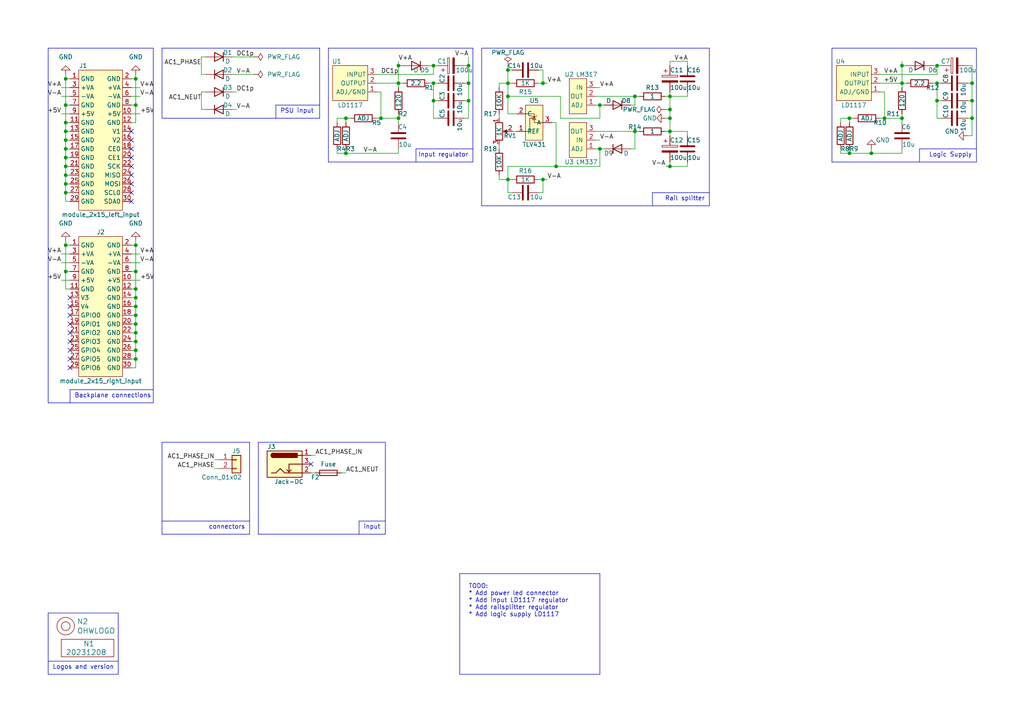
<source format=kicad_sch>
(kicad_sch (version 20230121) (generator eeschema)
  (paper "A4")
  (lib_symbols
    (symbol "Connector:Barrel_Jack_Switch" (pin_names hide)
      (property "Reference" "J" (at 0 5.334 0))
      (property "Value" "Barrel_Jack_Switch" (at 0 -5.08 0))
      (symbol "Barrel_Jack_Switch_0_1"
        (rectangle (start -5.08 3.81) (end 5.08 -3.81) (stroke (width 0.254)) (fill (type background)))
        (arc (start -3.302 3.175) (mid -3.9343 2.54) (end -3.302 1.905) (stroke (width 0.254)))
        (arc (start -3.302 3.175) (mid -3.9343 2.54) (end -3.302 1.905) (stroke (width 0.254)) (fill (type outline)))
        (polyline (pts (xy 1.27 -2.286) (xy 1.905 -1.651)) (stroke (width 0.254)))
        (polyline (pts (xy 5.08 2.54) (xy 3.81 2.54)) (stroke (width 0.254)))
        (polyline (pts (xy 5.08 0) (xy 1.27 0) (xy 1.27 -2.286) (xy 0.635 -1.651)) (stroke (width 0.254)))
        (polyline (pts (xy -3.81 -2.54) (xy -2.54 -2.54) (xy -1.27 -1.27) (xy 0 -2.54) (xy 2.54 -2.54) (xy 5.08 -2.54)) (stroke (width 0.254)))
        (rectangle (start 3.683 3.175) (end -3.302 1.905) (stroke (width 0.254)) (fill (type outline)))
      )
      (symbol "Barrel_Jack_Switch_1_1"
        (pin passive line (at 7.62 2.54 180) (length 2.54) (name "~") (number "1"))
        (pin passive line (at 7.62 -2.54 180) (length 2.54) (name "~") (number "2"))
        (pin passive line (at 7.62 0 180) (length 2.54) (name "~") (number "3"))
      )
    )
    (symbol "Connector_Generic:Conn_01x02" (pin_names (offset 1.016) hide)
      (property "Reference" "J" (at 0 2.54 0))
      (property "Value" "Conn_01x02" (at 0 -5.08 0))
      (symbol "Conn_01x02_1_1"
        (rectangle (start -1.27 -2.413) (end 0 -2.667) (stroke (width 0.1524)))
        (rectangle (start -1.27 0.127) (end 0 -0.127) (stroke (width 0.1524)))
        (rectangle (start -1.27 1.27) (end 1.27 -3.81) (stroke (width 0.254)) (fill (type background)))
        (pin passive line (at -5.08 0 0) (length 3.81) (name "Pin_1") (number "1"))
        (pin passive line (at -5.08 -2.54 0) (length 3.81) (name "Pin_2") (number "2"))
      )
    )
    (symbol "Device:C" (pin_numbers hide) (pin_names (offset 0.254))
      (property "Reference" "C" (at 0.635 2.54 0))
      (property "Value" "C" (at 0.635 -2.54 0))
      (symbol "C_0_1"
        (polyline (pts (xy -2.032 -0.762) (xy 2.032 -0.762)) (stroke (width 0.508)))
        (polyline (pts (xy -2.032 0.762) (xy 2.032 0.762)) (stroke (width 0.508)))
      )
      (symbol "C_1_1"
        (pin passive line (at 0 3.81 270) (length 2.794) (name "~") (number "1"))
        (pin passive line (at 0 -3.81 90) (length 2.794) (name "~") (number "2"))
      )
    )
    (symbol "Device:C_Polarized" (pin_numbers hide) (pin_names (offset 0.254))
      (property "Reference" "C" (at 0.635 2.54 0))
      (property "Value" "C_Polarized" (at 0.635 -2.54 0))
      (symbol "C_Polarized_0_1"
        (rectangle (start -2.286 0.508) (end 2.286 1.016))
        (polyline (pts (xy -1.778 2.286) (xy -0.762 2.286)))
        (polyline (pts (xy -1.27 2.794) (xy -1.27 1.778)))
        (rectangle (start 2.286 -0.508) (end -2.286 -1.016) (fill (type outline)))
      )
      (symbol "C_Polarized_1_1"
        (pin passive line (at 0 3.81 270) (length 2.794) (name "~") (number "1"))
        (pin passive line (at 0 -3.81 90) (length 2.794) (name "~") (number "2"))
      )
    )
    (symbol "Device:D" (pin_numbers hide) (pin_names (offset 1.016) hide)
      (property "Reference" "D" (at 0 2.54 0))
      (property "Value" "D" (at 0 -2.54 0))
      (symbol "D_0_1"
        (polyline (pts (xy -1.27 1.27) (xy -1.27 -1.27)) (stroke (width 0.254)))
        (polyline (pts (xy 1.27 0) (xy -1.27 0)))
        (polyline (pts (xy 1.27 1.27) (xy 1.27 -1.27) (xy -1.27 0) (xy 1.27 1.27)) (stroke (width 0.254)))
      )
      (symbol "D_1_1"
        (pin passive line (at -3.81 0 0) (length 2.54) (name "K") (number "1"))
        (pin passive line (at 3.81 0 180) (length 2.54) (name "A") (number "2"))
      )
    )
    (symbol "Device:Fuse" (pin_numbers hide) (pin_names (offset 0))
      (property "Reference" "F" (at 2.032 0 90))
      (property "Value" "Fuse" (at -1.905 0 90))
      (symbol "Fuse_0_1"
        (rectangle (start -0.762 -2.54) (end 0.762 2.54) (stroke (width 0.254)))
        (polyline (pts (xy 0 2.54) (xy 0 -2.54)))
      )
      (symbol "Fuse_1_1"
        (pin passive line (at 0 3.81 270) (length 1.27) (name "~") (number "1"))
        (pin passive line (at 0 -3.81 90) (length 1.27) (name "~") (number "2"))
      )
    )
    (symbol "Device:R" (pin_numbers hide) (pin_names (offset 0))
      (property "Reference" "R" (at 2.032 0 90))
      (property "Value" "R" (at 0 0 90))
      (symbol "R_0_1"
        (rectangle (start -1.016 -2.54) (end 1.016 2.54) (stroke (width 0.254)))
      )
      (symbol "R_1_1"
        (pin passive line (at 0 3.81 270) (length 1.27) (name "~") (number "1"))
        (pin passive line (at 0 -3.81 90) (length 1.27) (name "~") (number "2"))
      )
    )
    (symbol "Device:R_Potentiometer" (pin_names (offset 1.016) hide)
      (property "Reference" "RV" (at -4.445 0 90))
      (property "Value" "R_Potentiometer" (at -2.54 0 90))
      (symbol "R_Potentiometer_0_1"
        (polyline (pts (xy 2.54 0) (xy 1.524 0)))
        (polyline (pts (xy 1.143 0) (xy 2.286 0.508) (xy 2.286 -0.508) (xy 1.143 0)) (fill (type outline)))
        (rectangle (start 1.016 2.54) (end -1.016 -2.54) (stroke (width 0.254)))
      )
      (symbol "R_Potentiometer_1_1"
        (pin passive line (at 0 3.81 270) (length 1.27) (name "1") (number "1"))
        (pin passive line (at 3.81 0 180) (length 1.27) (name "2") (number "2"))
        (pin passive line (at 0 -3.81 90) (length 1.27) (name "3") (number "3"))
      )
    )
    (symbol "SquantorConnectorsNamed:module_2x15_left_input"
      (property "Reference" "J" (at 0 21.59 0))
      (property "Value" "module_2x15_left_input" (at 0 -21.59 0))
      (symbol "module_2x15_left_input_0_1"
        (rectangle (start -6.35 20.32) (end 6.35 -20.32) (fill (type background)))
      )
      (symbol "module_2x15_left_input_1_1"
        (pin power_in line (at -8.89 17.78 0) (length 2.54) (name "GND") (number "1"))
        (pin power_in line (at 8.89 7.62 180) (length 2.54) (name "+5V") (number "10"))
        (pin power_in line (at -8.89 5.08 0) (length 2.54) (name "GND") (number "11"))
        (pin power_in line (at 8.89 5.08 180) (length 2.54) (name "GND") (number "12"))
        (pin power_in line (at -8.89 2.54 0) (length 2.54) (name "GND") (number "13"))
        (pin power_in line (at 8.89 2.54 180) (length 2.54) (name "V1") (number "14"))
        (pin power_in line (at -8.89 0 0) (length 2.54) (name "GND") (number "15"))
        (pin power_in line (at 8.89 0 180) (length 2.54) (name "V2") (number "16"))
        (pin power_in line (at -8.89 -2.54 0) (length 2.54) (name "GND") (number "17"))
        (pin input line (at 8.89 -2.54 180) (length 2.54) (name "CE0") (number "18"))
        (pin power_in line (at -8.89 -5.08 0) (length 2.54) (name "GND") (number "19"))
        (pin power_in line (at 8.89 17.78 180) (length 2.54) (name "GND") (number "2"))
        (pin input line (at 8.89 -5.08 180) (length 2.54) (name "CE1") (number "20"))
        (pin power_in line (at -8.89 -7.62 0) (length 2.54) (name "GND") (number "21"))
        (pin input line (at 8.89 -7.62 180) (length 2.54) (name "SCK") (number "22"))
        (pin power_in line (at -8.89 -10.16 0) (length 2.54) (name "GND") (number "23"))
        (pin bidirectional line (at 8.89 -10.16 180) (length 2.54) (name "MISO") (number "24"))
        (pin power_in line (at -8.89 -12.7 0) (length 2.54) (name "GND") (number "25"))
        (pin input line (at 8.89 -12.7 180) (length 2.54) (name "MOSI") (number "26"))
        (pin power_in line (at -8.89 -15.24 0) (length 2.54) (name "GND") (number "27"))
        (pin bidirectional line (at 8.89 -15.24 180) (length 2.54) (name "SCL0") (number "28"))
        (pin power_in line (at -8.89 -17.78 0) (length 2.54) (name "GND") (number "29"))
        (pin power_in line (at -8.89 15.24 0) (length 2.54) (name "+VA") (number "3"))
        (pin bidirectional line (at 8.89 -17.78 180) (length 2.54) (name "SDA0") (number "30"))
        (pin power_in line (at 8.89 15.24 180) (length 2.54) (name "+VA") (number "4"))
        (pin power_in line (at -8.89 12.7 0) (length 2.54) (name "-VA") (number "5"))
        (pin power_in line (at 8.89 12.7 180) (length 2.54) (name "-VA") (number "6"))
        (pin power_in line (at -8.89 10.16 0) (length 2.54) (name "GND") (number "7"))
        (pin power_in line (at 8.89 10.16 180) (length 2.54) (name "GND") (number "8"))
        (pin power_in line (at -8.89 7.62 0) (length 2.54) (name "+5V") (number "9"))
      )
    )
    (symbol "SquantorConnectorsNamed:module_2x15_right_input"
      (property "Reference" "J" (at 0 19.05 0))
      (property "Value" "module_2x15_right_input" (at 0 -24.13 0))
      (symbol "module_2x15_right_input_0_1"
        (rectangle (start -6.35 17.78) (end 6.35 -22.86) (fill (type background)))
      )
      (symbol "module_2x15_right_input_1_1"
        (pin power_in line (at -8.89 15.24 0) (length 2.54) (name "GND") (number "1"))
        (pin power_in line (at 8.89 5.08 180) (length 2.54) (name "+V5") (number "10"))
        (pin power_in line (at -8.89 2.54 0) (length 2.54) (name "GND") (number "11"))
        (pin power_in line (at 8.89 2.54 180) (length 2.54) (name "GND") (number "12"))
        (pin power_in line (at -8.89 0 0) (length 2.54) (name "V3") (number "13"))
        (pin power_in line (at 8.89 0 180) (length 2.54) (name "GND") (number "14"))
        (pin power_in line (at -8.89 -2.54 0) (length 2.54) (name "V4") (number "15"))
        (pin power_in line (at 8.89 -2.54 180) (length 2.54) (name "GND") (number "16"))
        (pin bidirectional line (at -8.89 -5.08 0) (length 2.54) (name "GPIO0") (number "17"))
        (pin power_in line (at 8.89 -5.08 180) (length 2.54) (name "GND") (number "18"))
        (pin bidirectional line (at -8.89 -7.62 0) (length 2.54) (name "GPIO1") (number "19"))
        (pin power_in line (at 8.89 15.24 180) (length 2.54) (name "GND") (number "2"))
        (pin power_in line (at 8.89 -7.62 180) (length 2.54) (name "GND") (number "20"))
        (pin bidirectional line (at -8.89 -10.16 0) (length 2.54) (name "GPIO2") (number "21"))
        (pin power_in line (at 8.89 -10.16 180) (length 2.54) (name "GND") (number "22"))
        (pin bidirectional line (at -8.89 -12.7 0) (length 2.54) (name "GPIO3") (number "23"))
        (pin power_in line (at 8.89 -12.7 180) (length 2.54) (name "GND") (number "24"))
        (pin bidirectional line (at -8.89 -15.24 0) (length 2.54) (name "GPIO4") (number "25"))
        (pin power_in line (at 8.89 -15.24 180) (length 2.54) (name "GND") (number "26"))
        (pin bidirectional line (at -8.89 -17.78 0) (length 2.54) (name "GPIO5") (number "27"))
        (pin power_in line (at 8.89 -17.78 180) (length 2.54) (name "GND") (number "28"))
        (pin bidirectional line (at -8.89 -20.32 0) (length 2.54) (name "GPIO6") (number "29"))
        (pin power_in line (at -8.89 12.7 0) (length 2.54) (name "+VA") (number "3"))
        (pin power_in line (at 8.89 -20.32 180) (length 2.54) (name "GND") (number "30"))
        (pin power_in line (at 8.89 12.7 180) (length 2.54) (name "+VA") (number "4"))
        (pin power_in line (at -8.89 10.16 0) (length 2.54) (name "-VA") (number "5"))
        (pin power_in line (at 8.89 10.16 180) (length 2.54) (name "-VA") (number "6"))
        (pin power_in line (at -8.89 7.62 0) (length 2.54) (name "GND") (number "7"))
        (pin power_in line (at 8.89 7.62 180) (length 2.54) (name "GND") (number "8"))
        (pin power_in line (at -8.89 5.08 0) (length 2.54) (name "+5V") (number "9"))
      )
    )
    (symbol "SquantorGenericAnalog:LM1117"
      (property "Reference" "U" (at 0 6.35 0))
      (symbol "LM1117_1_1"
        (rectangle (start -5.08 5.08) (end 5.08 -5.08) (fill (type background)))
        (pin input line (at -7.62 2.54 0) (length 2.54) (name "ADJ/GND") (number "1"))
        (pin power_out line (at -7.62 0 0) (length 2.54) (name "OUTPUT") (number "2"))
        (pin power_in line (at -7.62 -2.54 0) (length 2.54) (name "INPUT") (number "3"))
      )
    )
    (symbol "SquantorGenericAnalog:LM317" (pin_names (offset 1.016))
      (property "Reference" "U" (at 0 6.35 0))
      (property "Value" "LM317" (at 0 -6.35 0))
      (symbol "LM317_0_1"
        (polyline (pts (xy -2.54 5.08) (xy -2.54 -5.08) (xy 2.54 -5.08) (xy 2.54 5.08) (xy -2.54 5.08)) (fill (type background)))
      )
      (symbol "LM317_1_1"
        (pin input line (at -5.08 2.54 0) (length 2.54) (name "ADJ") (number "1"))
        (pin power_out line (at -5.08 0 0) (length 2.54) (name "OUT") (number "2"))
        (pin power_in line (at -5.08 -2.54 0) (length 2.54) (name "IN") (number "3"))
      )
    )
    (symbol "SquantorGenericAnalog:LM337" (pin_names (offset 1.016))
      (property "Reference" "U" (at 0 6.35 0))
      (property "Value" "LM337" (at 0 -6.35 0))
      (symbol "LM337_0_1"
        (polyline (pts (xy -2.54 5.08) (xy -2.54 -5.08) (xy 2.54 -5.08) (xy 2.54 5.08) (xy -2.54 5.08)) (fill (type background)))
      )
      (symbol "LM337_1_1"
        (pin input line (at -5.08 2.54 0) (length 2.54) (name "ADJ") (number "1"))
        (pin power_in line (at -5.08 0 0) (length 2.54) (name "IN") (number "2"))
        (pin power_out line (at -5.08 -2.54 0) (length 2.54) (name "OUT") (number "3"))
      )
    )
    (symbol "SquantorGenericAnalog:TL431_SOT-23"
      (property "Reference" "U" (at 0 6.35 0))
      (symbol "TL431_SOT-23_0_1"
        (polyline (pts (xy -2.54 2.54) (xy -1.27 2.54) (xy -1.27 -1.27) (xy 0 -1.27)))
        (polyline (pts (xy -0.762 -1.524) (xy -0.508 -1.778) (xy 0.508 -1.778) (xy 0.762 -2.032)))
        (polyline (pts (xy 0 -1.778) (xy 0.508 -0.889) (xy -0.508 -0.889) (xy 0 -1.778)))
        (polyline (pts (xy 2.54 0) (xy 0 0) (xy 0 -2.54) (xy -2.54 -2.54)))
      )
      (symbol "TL431_SOT-23_1_1"
        (rectangle (start -2.54 5.08) (end 2.54 -5.08) (fill (type background)))
        (pin input line (at -5.08 2.54 0) (length 2.54) (name "REF") (number "1"))
        (pin power_in line (at -5.08 -2.54 0) (length 2.54) (name "C") (number "2"))
        (pin power_out line (at 5.08 0 180) (length 2.54) (name "A") (number "3"))
      )
    )
    (symbol "SquantorLabels:OHWLOGO" (pin_names (offset 1.016))
      (property "Reference" "N" (at 0 3.81 0))
      (property "Value" "OHWLOGO" (at 0 -3.81 0))
      (symbol "OHWLOGO_0_1"
        (circle (center 0 0) (radius 1.27))
        (circle (center 0 0) (radius 2.54))
      )
    )
    (symbol "SquantorLabels:VYYYYMMDD" (pin_names (offset 1.016))
      (property "Reference" "N" (at 0 2.54 0))
      (property "Value" "VYYYYMMDD" (at 0 0 0))
      (symbol "VYYYYMMDD_0_1"
        (rectangle (start 7.62 -1.27) (end -7.62 3.81))
      )
    )
    (symbol "power:GND" (power) (pin_names (offset 0))
      (property "Value" "GND" (at 0 -3.81 0))
      (symbol "GND_0_1"
        (polyline (pts (xy 0 0) (xy 0 -1.27) (xy 1.27 -1.27) (xy 0 -2.54) (xy -1.27 -1.27) (xy 0 -1.27)))
      )
      (symbol "GND_1_1"
        (pin power_in line (at 0 0 270) (length 0) hide (name "GND") (number "1"))
      )
    )
    (symbol "power:PWR_FLAG" (power) (pin_numbers hide) (pin_names (offset 0) hide)
      (property "Value" "PWR_FLAG" (at 0 3.81 0))
      (symbol "PWR_FLAG_0_0"
        (pin power_out line (at 0 0 90) (length 0) (name "pwr") (number "1"))
      )
      (symbol "PWR_FLAG_0_1"
        (polyline (pts (xy 0 0) (xy 0 1.27) (xy -1.016 1.905) (xy 0 2.54) (xy 1.016 1.905) (xy 0 1.27)))
      )
    )
  )
  (junction (at 271.78 19.05))
  (junction (at 135.89 29.21))
  (junction (at 19.05 71.12))
  (junction (at 19.05 38.1))
  (junction (at 125.73 19.05))
  (junction (at 39.37 101.6))
  (junction (at 194.31 34.29))
  (junction (at 157.48 52.07))
  (junction (at 19.05 48.26))
  (junction (at 19.05 55.88))
  (junction (at 252.73 44.45))
  (junction (at 100.33 34.29))
  (junction (at 39.37 91.44))
  (junction (at 39.37 22.86))
  (junction (at 147.32 24.13))
  (junction (at 19.05 35.56))
  (junction (at 39.37 88.9))
  (junction (at 115.57 34.29))
  (junction (at 271.78 29.21))
  (junction (at 19.05 40.64))
  (junction (at 281.94 34.29))
  (junction (at 194.31 48.26))
  (junction (at 115.57 19.05))
  (junction (at 256.54 34.29))
  (junction (at 39.37 104.14))
  (junction (at 281.94 29.21))
  (junction (at 261.62 19.05))
  (junction (at 19.05 53.34))
  (junction (at 246.38 44.45))
  (junction (at 125.73 24.13))
  (junction (at 19.05 78.74))
  (junction (at 125.73 29.21))
  (junction (at 39.37 96.52))
  (junction (at 39.37 86.36))
  (junction (at 271.78 24.13))
  (junction (at 161.29 48.26))
  (junction (at 173.99 30.48))
  (junction (at 184.15 38.1))
  (junction (at 184.15 27.94))
  (junction (at 115.57 24.13))
  (junction (at 173.99 43.18))
  (junction (at 110.49 34.29))
  (junction (at 157.48 24.13))
  (junction (at 261.62 24.13))
  (junction (at 261.62 34.29))
  (junction (at 19.05 50.8))
  (junction (at 39.37 30.48))
  (junction (at 194.31 27.94))
  (junction (at 19.05 43.18))
  (junction (at 19.05 30.48))
  (junction (at 246.38 34.29))
  (junction (at 19.05 45.72))
  (junction (at 281.94 24.13))
  (junction (at 135.89 24.13))
  (junction (at 194.31 31.75))
  (junction (at 39.37 71.12))
  (junction (at 39.37 99.06))
  (junction (at 147.32 27.94))
  (junction (at 147.32 52.07))
  (junction (at 19.05 22.86))
  (junction (at 147.32 20.32))
  (junction (at 194.31 38.1))
  (junction (at 39.37 93.98))
  (junction (at 39.37 78.74))
  (junction (at 100.33 44.45))
  (junction (at 39.37 83.82))
  (junction (at 135.89 19.05))
  (no_connect (at 38.1 50.8))
  (no_connect (at 38.1 38.1))
  (no_connect (at 38.1 55.88))
  (no_connect (at 38.1 43.18))
  (no_connect (at 20.32 99.06))
  (no_connect (at 38.1 48.26))
  (no_connect (at 20.32 86.36))
  (no_connect (at 20.32 88.9))
  (no_connect (at 38.1 40.64))
  (no_connect (at 20.32 104.14))
  (no_connect (at 38.1 53.34))
  (no_connect (at 20.32 96.52))
  (no_connect (at 20.32 106.68))
  (no_connect (at 38.1 58.42))
  (no_connect (at 38.1 45.72))
  (no_connect (at 20.32 91.44))
  (no_connect (at 20.32 93.98))
  (no_connect (at 90.17 134.62))
  (no_connect (at 20.32 101.6))
  (polyline (pts (xy 20.32 113.03) (xy 20.32 116.84)))
  (wire (pts (xy 157.48 20.32) (xy 157.48 24.13)))
  (wire (pts (xy 90.17 137.16) (xy 91.44 137.16)))
  (wire (pts (xy 19.05 53.34) (xy 19.05 55.88)))
  (wire (pts (xy 147.32 20.32) (xy 147.32 24.13)))
  (wire (pts (xy 199.39 27.94) (xy 199.39 26.67)))
  (wire (pts (xy 194.31 17.78) (xy 194.31 19.05)))
  (wire (pts (xy 110.49 26.67) (xy 109.22 26.67)))
  (wire (pts (xy 19.05 35.56) (xy 19.05 38.1)))
  (wire (pts (xy 19.05 45.72) (xy 20.32 45.72)))
  (wire (pts (xy 19.05 30.48) (xy 20.32 30.48)))
  (wire (pts (xy 38.1 33.02) (xy 40.64 33.02)))
  (wire (pts (xy 193.04 38.1) (xy 194.31 38.1)))
  (polyline (pts (xy 137.16 43.18) (xy 120.65 43.18)))
  (wire (pts (xy 255.27 24.13) (xy 261.62 24.13)))
  (polyline (pts (xy 283.21 43.18) (xy 266.7 43.18)))
  (wire (pts (xy 246.38 44.45) (xy 252.73 44.45)))
  (wire (pts (xy 144.78 24.13) (xy 147.32 24.13)))
  (wire (pts (xy 19.05 43.18) (xy 20.32 43.18)))
  (wire (pts (xy 125.73 24.13) (xy 127 24.13)))
  (wire (pts (xy 280.67 19.05) (xy 281.94 19.05)))
  (wire (pts (xy 144.78 41.91) (xy 144.78 43.18)))
  (wire (pts (xy 273.05 29.21) (xy 271.78 29.21)))
  (wire (pts (xy 19.05 55.88) (xy 20.32 55.88)))
  (wire (pts (xy 19.05 22.86) (xy 19.05 30.48)))
  (polyline (pts (xy 137.16 46.99) (xy 137.16 13.97)))
  (wire (pts (xy 271.78 34.29) (xy 273.05 34.29)))
  (wire (pts (xy 156.21 24.13) (xy 157.48 24.13)))
  (wire (pts (xy 100.33 34.29) (xy 101.6 34.29)))
  (wire (pts (xy 38.1 25.4) (xy 40.64 25.4)))
  (wire (pts (xy 39.37 71.12) (xy 39.37 69.85)))
  (wire (pts (xy 67.31 26.67) (xy 68.58 26.67)))
  (wire (pts (xy 19.05 45.72) (xy 19.05 48.26)))
  (wire (pts (xy 39.37 88.9) (xy 39.37 86.36)))
  (wire (pts (xy 157.48 24.13) (xy 158.75 24.13)))
  (wire (pts (xy 109.22 21.59) (xy 125.73 21.59)))
  (wire (pts (xy 147.32 48.26) (xy 147.32 52.07)))
  (wire (pts (xy 110.49 34.29) (xy 115.57 34.29)))
  (wire (pts (xy 147.32 55.88) (xy 148.59 55.88)))
  (polyline (pts (xy 13.97 177.8) (xy 13.97 195.58)))
  (wire (pts (xy 149.86 33.02) (xy 147.32 33.02)))
  (wire (pts (xy 173.99 34.29) (xy 173.99 30.48)))
  (wire (pts (xy 194.31 34.29) (xy 194.31 38.1)))
  (wire (pts (xy 157.48 52.07) (xy 158.75 52.07)))
  (polyline (pts (xy 74.93 128.27) (xy 74.93 154.94)))
  (polyline (pts (xy 34.29 177.8) (xy 13.97 177.8)))
  (wire (pts (xy 38.1 76.2) (xy 40.64 76.2)))
  (wire (pts (xy 19.05 21.59) (xy 19.05 22.86)))
  (wire (pts (xy 182.88 30.48) (xy 184.15 30.48)))
  (wire (pts (xy 157.48 52.07) (xy 157.48 55.88)))
  (polyline (pts (xy 46.99 13.97) (xy 46.99 34.29)))
  (wire (pts (xy 193.04 31.75) (xy 194.31 31.75)))
  (wire (pts (xy 173.99 43.18) (xy 175.26 43.18)))
  (wire (pts (xy 58.42 26.67) (xy 59.69 26.67)))
  (wire (pts (xy 39.37 91.44) (xy 39.37 88.9)))
  (wire (pts (xy 38.1 81.28) (xy 40.64 81.28)))
  (wire (pts (xy 281.94 19.05) (xy 281.94 24.13)))
  (wire (pts (xy 199.39 19.05) (xy 199.39 17.78)))
  (wire (pts (xy 281.94 34.29) (xy 280.67 34.29)))
  (wire (pts (xy 59.69 16.51) (xy 58.42 16.51)))
  (polyline (pts (xy 95.25 13.97) (xy 137.16 13.97)))
  (wire (pts (xy 147.32 19.05) (xy 147.32 20.32)))
  (polyline (pts (xy 111.76 151.13) (xy 104.14 151.13)))
  (polyline (pts (xy 46.99 154.94) (xy 72.39 154.94)))
  (polyline (pts (xy 44.45 116.84) (xy 44.45 13.97)))
  (wire (pts (xy 271.78 24.13) (xy 273.05 24.13)))
  (wire (pts (xy 19.05 38.1) (xy 19.05 40.64)))
  (wire (pts (xy 261.62 34.29) (xy 261.62 35.56)))
  (wire (pts (xy 243.84 35.56) (xy 243.84 34.29)))
  (wire (pts (xy 97.79 43.18) (xy 97.79 44.45)))
  (wire (pts (xy 39.37 22.86) (xy 38.1 22.86)))
  (wire (pts (xy 148.59 52.07) (xy 147.32 52.07)))
  (wire (pts (xy 97.79 44.45) (xy 100.33 44.45)))
  (wire (pts (xy 19.05 50.8) (xy 19.05 53.34)))
  (wire (pts (xy 125.73 29.21) (xy 125.73 24.13)))
  (wire (pts (xy 162.56 27.94) (xy 162.56 34.29)))
  (wire (pts (xy 144.78 25.4) (xy 144.78 24.13)))
  (wire (pts (xy 59.69 21.59) (xy 58.42 21.59)))
  (wire (pts (xy 194.31 27.94) (xy 194.31 31.75)))
  (polyline (pts (xy 173.99 166.37) (xy 133.35 166.37)))
  (wire (pts (xy 39.37 35.56) (xy 38.1 35.56)))
  (wire (pts (xy 162.56 34.29) (xy 173.99 34.29)))
  (wire (pts (xy 39.37 106.68) (xy 39.37 104.14)))
  (wire (pts (xy 161.29 48.26) (xy 173.99 48.26)))
  (wire (pts (xy 156.21 20.32) (xy 157.48 20.32)))
  (wire (pts (xy 281.94 34.29) (xy 281.94 39.37)))
  (wire (pts (xy 134.62 29.21) (xy 135.89 29.21)))
  (wire (pts (xy 124.46 24.13) (xy 125.73 24.13)))
  (polyline (pts (xy 74.93 128.27) (xy 111.76 128.27)))
  (wire (pts (xy 252.73 43.18) (xy 252.73 44.45)))
  (wire (pts (xy 194.31 48.26) (xy 193.04 48.26)))
  (wire (pts (xy 255.27 21.59) (xy 271.78 21.59)))
  (wire (pts (xy 38.1 27.94) (xy 40.64 27.94)))
  (wire (pts (xy 273.05 19.05) (xy 271.78 19.05)))
  (polyline (pts (xy 92.71 13.97) (xy 92.71 34.29)))
  (wire (pts (xy 243.84 34.29) (xy 246.38 34.29)))
  (wire (pts (xy 115.57 19.05) (xy 115.57 24.13)))
  (polyline (pts (xy 13.97 116.84) (xy 44.45 116.84)))
  (polyline (pts (xy 46.99 128.27) (xy 46.99 154.94)))
  (wire (pts (xy 271.78 19.05) (xy 271.78 21.59)))
  (wire (pts (xy 58.42 31.75) (xy 59.69 31.75)))
  (wire (pts (xy 115.57 44.45) (xy 115.57 43.18)))
  (wire (pts (xy 38.1 73.66) (xy 40.64 73.66)))
  (wire (pts (xy 97.79 35.56) (xy 97.79 34.29)))
  (wire (pts (xy 19.05 43.18) (xy 19.05 45.72)))
  (polyline (pts (xy 139.7 59.69) (xy 205.74 59.69)))
  (wire (pts (xy 194.31 27.94) (xy 199.39 27.94)))
  (wire (pts (xy 135.89 19.05) (xy 135.89 24.13)))
  (wire (pts (xy 271.78 29.21) (xy 271.78 34.29)))
  (wire (pts (xy 39.37 30.48) (xy 39.37 35.56)))
  (wire (pts (xy 144.78 33.02) (xy 144.78 34.29)))
  (wire (pts (xy 19.05 38.1) (xy 20.32 38.1)))
  (wire (pts (xy 147.32 52.07) (xy 144.78 52.07)))
  (polyline (pts (xy 241.3 13.97) (xy 283.21 13.97)))
  (wire (pts (xy 67.31 21.59) (xy 73.66 21.59)))
  (polyline (pts (xy 111.76 128.27) (xy 111.76 154.94)))
  (wire (pts (xy 38.1 106.68) (xy 39.37 106.68)))
  (wire (pts (xy 19.05 58.42) (xy 20.32 58.42)))
  (wire (pts (xy 38.1 104.14) (xy 39.37 104.14)))
  (wire (pts (xy 19.05 71.12) (xy 19.05 69.85)))
  (wire (pts (xy 38.1 86.36) (xy 39.37 86.36)))
  (polyline (pts (xy 95.25 46.99) (xy 137.16 46.99)))
  (wire (pts (xy 99.06 137.16) (xy 100.33 137.16)))
  (wire (pts (xy 161.29 35.56) (xy 161.29 48.26)))
  (wire (pts (xy 17.78 76.2) (xy 20.32 76.2)))
  (wire (pts (xy 17.78 81.28) (xy 20.32 81.28)))
  (wire (pts (xy 147.32 27.94) (xy 162.56 27.94)))
  (wire (pts (xy 256.54 34.29) (xy 261.62 34.29)))
  (polyline (pts (xy 104.14 151.13) (xy 104.14 154.94)))
  (wire (pts (xy 39.37 21.59) (xy 39.37 22.86)))
  (wire (pts (xy 125.73 19.05) (xy 125.73 21.59)))
  (wire (pts (xy 193.04 27.94) (xy 194.31 27.94)))
  (wire (pts (xy 19.05 48.26) (xy 19.05 50.8)))
  (wire (pts (xy 281.94 29.21) (xy 281.94 24.13)))
  (wire (pts (xy 19.05 35.56) (xy 20.32 35.56)))
  (wire (pts (xy 19.05 48.26) (xy 20.32 48.26)))
  (wire (pts (xy 193.04 34.29) (xy 194.31 34.29)))
  (wire (pts (xy 246.38 34.29) (xy 247.65 34.29)))
  (wire (pts (xy 148.59 38.1) (xy 149.86 38.1)))
  (wire (pts (xy 115.57 17.78) (xy 115.57 19.05)))
  (wire (pts (xy 144.78 52.07) (xy 144.78 50.8)))
  (wire (pts (xy 194.31 46.99) (xy 194.31 48.26)))
  (wire (pts (xy 173.99 30.48) (xy 175.26 30.48)))
  (wire (pts (xy 271.78 29.21) (xy 271.78 24.13)))
  (wire (pts (xy 100.33 43.18) (xy 100.33 44.45)))
  (wire (pts (xy 62.23 135.89) (xy 63.5 135.89)))
  (wire (pts (xy 19.05 50.8) (xy 20.32 50.8)))
  (wire (pts (xy 184.15 38.1) (xy 184.15 43.18)))
  (polyline (pts (xy 133.35 166.37) (xy 133.35 195.58)))
  (wire (pts (xy 261.62 19.05) (xy 262.89 19.05)))
  (wire (pts (xy 19.05 30.48) (xy 19.05 35.56)))
  (wire (pts (xy 147.32 24.13) (xy 147.32 27.94)))
  (wire (pts (xy 148.59 20.32) (xy 147.32 20.32)))
  (wire (pts (xy 255.27 34.29) (xy 256.54 34.29)))
  (wire (pts (xy 261.62 34.29) (xy 261.62 33.02)))
  (wire (pts (xy 39.37 101.6) (xy 39.37 99.06)))
  (wire (pts (xy 246.38 43.18) (xy 246.38 44.45)))
  (wire (pts (xy 184.15 30.48) (xy 184.15 27.94)))
  (wire (pts (xy 261.62 44.45) (xy 261.62 43.18)))
  (wire (pts (xy 115.57 24.13) (xy 115.57 25.4)))
  (wire (pts (xy 109.22 24.13) (xy 115.57 24.13)))
  (wire (pts (xy 147.32 48.26) (xy 161.29 48.26)))
  (wire (pts (xy 124.46 19.05) (xy 125.73 19.05)))
  (wire (pts (xy 281.94 29.21) (xy 281.94 34.29)))
  (wire (pts (xy 194.31 26.67) (xy 194.31 27.94)))
  (wire (pts (xy 182.88 43.18) (xy 184.15 43.18)))
  (polyline (pts (xy 44.45 113.03) (xy 20.32 113.03)))
  (wire (pts (xy 38.1 83.82) (xy 39.37 83.82)))
  (polyline (pts (xy 46.99 34.29) (xy 92.71 34.29)))
  (wire (pts (xy 19.05 53.34) (xy 20.32 53.34)))
  (wire (pts (xy 39.37 78.74) (xy 39.37 71.12)))
  (wire (pts (xy 115.57 35.56) (xy 115.57 34.29)))
  (polyline (pts (xy 133.35 195.58) (xy 173.99 195.58)))
  (wire (pts (xy 38.1 96.52) (xy 39.37 96.52)))
  (polyline (pts (xy 139.7 13.97) (xy 139.7 59.69)))
  (wire (pts (xy 17.78 33.02) (xy 20.32 33.02)))
  (wire (pts (xy 199.39 48.26) (xy 194.31 48.26)))
  (wire (pts (xy 110.49 26.67) (xy 110.49 34.29)))
  (polyline (pts (xy 95.25 13.97) (xy 95.25 46.99)))
  (wire (pts (xy 199.39 46.99) (xy 199.39 48.26)))
  (wire (pts (xy 127 29.21) (xy 125.73 29.21)))
  (wire (pts (xy 90.17 132.08) (xy 91.44 132.08)))
  (wire (pts (xy 17.78 27.94) (xy 20.32 27.94)))
  (wire (pts (xy 19.05 40.64) (xy 19.05 43.18)))
  (wire (pts (xy 243.84 43.18) (xy 243.84 44.45)))
  (wire (pts (xy 62.23 133.35) (xy 63.5 133.35)))
  (wire (pts (xy 39.37 30.48) (xy 38.1 30.48)))
  (wire (pts (xy 161.29 35.56) (xy 160.02 35.56)))
  (wire (pts (xy 134.62 24.13) (xy 135.89 24.13)))
  (wire (pts (xy 58.42 26.67) (xy 58.42 31.75)))
  (wire (pts (xy 173.99 48.26) (xy 173.99 43.18)))
  (wire (pts (xy 156.21 52.07) (xy 157.48 52.07)))
  (wire (pts (xy 199.39 17.78) (xy 194.31 17.78)))
  (wire (pts (xy 39.37 99.06) (xy 39.37 96.52)))
  (polyline (pts (xy 34.29 195.58) (xy 34.29 177.8)))
  (wire (pts (xy 252.73 44.45) (xy 261.62 44.45)))
  (wire (pts (xy 17.78 25.4) (xy 20.32 25.4)))
  (wire (pts (xy 39.37 86.36) (xy 39.37 83.82)))
  (wire (pts (xy 172.72 25.4) (xy 173.99 25.4)))
  (polyline (pts (xy 13.97 195.58) (xy 34.29 195.58)))
  (wire (pts (xy 39.37 93.98) (xy 39.37 91.44)))
  (wire (pts (xy 194.31 31.75) (xy 194.31 34.29)))
  (wire (pts (xy 38.1 78.74) (xy 39.37 78.74)))
  (polyline (pts (xy 13.97 13.97) (xy 13.97 116.84)))
  (polyline (pts (xy 241.3 13.97) (xy 241.3 46.99)))
  (polyline (pts (xy 205.74 59.69) (xy 205.74 13.97)))
  (wire (pts (xy 134.62 19.05) (xy 135.89 19.05)))
  (wire (pts (xy 38.1 71.12) (xy 39.37 71.12)))
  (wire (pts (xy 194.31 38.1) (xy 194.31 39.37)))
  (polyline (pts (xy 173.99 195.58) (xy 173.99 166.37)))
  (wire (pts (xy 100.33 34.29) (xy 100.33 35.56)))
  (wire (pts (xy 67.31 16.51) (xy 73.66 16.51)))
  (wire (pts (xy 39.37 96.52) (xy 39.37 93.98)))
  (polyline (pts (xy 72.39 154.94) (xy 72.39 128.27)))
  (wire (pts (xy 67.31 31.75) (xy 68.58 31.75)))
  (wire (pts (xy 281.94 39.37) (xy 280.67 39.37)))
  (polyline (pts (xy 46.99 151.13) (xy 72.39 151.13)))
  (wire (pts (xy 280.67 29.21) (xy 281.94 29.21)))
  (wire (pts (xy 39.37 22.86) (xy 39.37 30.48)))
  (wire (pts (xy 115.57 24.13) (xy 116.84 24.13)))
  (wire (pts (xy 39.37 83.82) (xy 39.37 78.74)))
  (wire (pts (xy 256.54 26.67) (xy 255.27 26.67)))
  (polyline (pts (xy 283.21 46.99) (xy 283.21 13.97)))
  (wire (pts (xy 125.73 29.21) (xy 125.73 34.29)))
  (wire (pts (xy 280.67 24.13) (xy 281.94 24.13)))
  (wire (pts (xy 38.1 91.44) (xy 39.37 91.44)))
  (wire (pts (xy 261.62 24.13) (xy 261.62 25.4)))
  (polyline (pts (xy 111.76 154.94) (xy 74.93 154.94)))
  (wire (pts (xy 19.05 83.82) (xy 19.05 78.74)))
  (wire (pts (xy 243.84 44.45) (xy 246.38 44.45)))
  (wire (pts (xy 39.37 104.14) (xy 39.37 101.6)))
  (wire (pts (xy 172.72 43.18) (xy 173.99 43.18)))
  (wire (pts (xy 38.1 88.9) (xy 39.37 88.9)))
  (wire (pts (xy 19.05 55.88) (xy 19.05 58.42)))
  (wire (pts (xy 19.05 78.74) (xy 19.05 71.12)))
  (wire (pts (xy 97.79 34.29) (xy 100.33 34.29)))
  (polyline (pts (xy 189.23 55.88) (xy 189.23 59.69)))
  (wire (pts (xy 270.51 19.05) (xy 271.78 19.05)))
  (wire (pts (xy 20.32 78.74) (xy 19.05 78.74)))
  (wire (pts (xy 172.72 30.48) (xy 173.99 30.48)))
  (wire (pts (xy 38.1 101.6) (xy 39.37 101.6)))
  (wire (pts (xy 38.1 93.98) (xy 39.37 93.98)))
  (wire (pts (xy 19.05 22.86) (xy 20.32 22.86)))
  (wire (pts (xy 17.78 73.66) (xy 20.32 73.66)))
  (polyline (pts (xy 120.65 43.18) (xy 120.65 46.99)))
  (wire (pts (xy 194.31 38.1) (xy 199.39 38.1)))
  (polyline (pts (xy 92.71 30.48) (xy 80.01 30.48)))
  (polyline (pts (xy 266.7 43.18) (xy 266.7 46.99)))
  (polyline (pts (xy 72.39 128.27) (xy 46.99 128.27)))
  (polyline (pts (xy 241.3 46.99) (xy 283.21 46.99)))
  (wire (pts (xy 156.21 55.88) (xy 157.48 55.88)))
  (wire (pts (xy 261.62 17.78) (xy 261.62 19.05)))
  (wire (pts (xy 20.32 83.82) (xy 19.05 83.82)))
  (wire (pts (xy 172.72 38.1) (xy 184.15 38.1)))
  (wire (pts (xy 135.89 29.21) (xy 135.89 34.29)))
  (wire (pts (xy 100.33 44.45) (xy 115.57 44.45)))
  (wire (pts (xy 58.42 16.51) (xy 58.42 21.59)))
  (polyline (pts (xy 80.01 30.48) (xy 80.01 34.29)))
  (wire (pts (xy 172.72 40.64) (xy 173.99 40.64)))
  (wire (pts (xy 115.57 19.05) (xy 116.84 19.05)))
  (wire (pts (xy 125.73 34.29) (xy 127 34.29)))
  (wire (pts (xy 38.1 99.06) (xy 39.37 99.06)))
  (wire (pts (xy 135.89 29.21) (xy 135.89 24.13)))
  (polyline (pts (xy 139.7 13.97) (xy 205.74 13.97)))
  (wire (pts (xy 184.15 38.1) (xy 185.42 38.1)))
  (wire (pts (xy 20.32 71.12) (xy 19.05 71.12)))
  (wire (pts (xy 19.05 40.64) (xy 20.32 40.64)))
  (wire (pts (xy 147.32 33.02) (xy 147.32 27.94)))
  (polyline (pts (xy 205.74 55.88) (xy 189.23 55.88)))
  (polyline (pts (xy 13.97 191.77) (xy 34.29 191.77)))
  (wire (pts (xy 127 19.05) (xy 125.73 19.05)))
  (wire (pts (xy 135.89 34.29) (xy 134.62 34.29)))
  (polyline (pts (xy 44.45 13.97) (xy 13.97 13.97)))
  (wire (pts (xy 147.32 52.07) (xy 147.32 55.88)))
  (wire (pts (xy 135.89 16.51) (xy 135.89 19.05)))
  (wire (pts (xy 109.22 34.29) (xy 110.49 34.29)))
  (wire (pts (xy 270.51 24.13) (xy 271.78 24.13)))
  (wire (pts (xy 256.54 26.67) (xy 256.54 34.29)))
  (wire (pts (xy 115.57 33.02) (xy 115.57 34.29)))
  (wire (pts (xy 199.39 38.1) (xy 199.39 39.37)))
  (wire (pts (xy 147.32 24.13) (xy 148.59 24.13)))
  (wire (pts (xy 261.62 24.13) (xy 262.89 24.13)))
  (polyline (pts (xy 92.71 13.97) (xy 46.99 13.97)))
  (wire (pts (xy 184.15 27.94) (xy 185.42 27.94)))
  (wire (pts (xy 261.62 19.05) (xy 261.62 24.13)))
  (wire (pts (xy 172.72 27.94) (xy 184.15 27.94)))
  (wire (pts (xy 246.38 34.29) (xy 246.38 35.56)))
  (text "Backplane connections" (at 21.59 115.57 0) (effects (font (size 1.27 1.27)) (justify left bottom)))
  (text "input" (at 105.41 153.67 0) (effects (font (size 1.27 1.27)) (justify left bottom)))
  (text "Logic Supply" (at 281.94 45.72 0) (effects (font (size 1.27 1.27)) (justify right bottom)))
  (text "Logos and version" (at 15.24 194.31 0) (effects (font (size 1.27 1.27)) (justify left bottom)))
  (text "PSU input" (at 81.28 33.02 0) (effects (font (size 1.27 1.27)) (justify left bottom)))
  (text "connectors" (at 71.12 153.67 0) (effects (font (size 1.27 1.27)) (justify right bottom)))
  (text "Input regulator" (at 135.89 45.72 0) (effects (font (size 1.27 1.27)) (justify right bottom)))
  (text "TODO:\n* Add power led connector\n* Add input LD1117 regulator\n* Add railsplitter regulator\n* Add logic supply LD1117" (at 135.89 179.07 0) (effects (font (size 1.27 1.27)) (justify left bottom)))
  (text "Rail splitter" (at 204.47 58.42 0) (effects (font (size 1.27 1.27)) (justify right bottom)))
  (label "V+A" (at 115.57 17.78 0))
  (label "+5V" (at 17.78 33.02 180))
  (label "V-A" (at 193.04 48.26 180))
  (label "V+A" (at 260.35 21.59 180))
  (label "V+A" (at 40.64 73.66 0))
  (label "AC1_PHASE" (at 58.42 19.05 180))
  (label "+5V" (at 260.35 24.13 180))
  (label "DC1p" (at 68.58 26.67 0))
  (label "V-A" (at 158.75 52.07 0))
  (label "AC1_NEUT" (at 58.42 29.21 180))
  (label "V-A" (at 17.78 76.2 180))
  (label "V+A" (at 158.75 24.13 0))
  (label "AC1_PHASE_IN" (at 91.44 132.08 0))
  (label "V-A" (at 40.64 76.2 0))
  (label "V-A" (at 135.89 16.51 180))
  (label "AC1_NEUT" (at 100.33 137.16 0))
  (label "V-A" (at 105.41 44.45 0))
  (label "V-A" (at 40.64 27.94 0))
  (label "AC1_PHASE_IN" (at 62.23 133.35 180))
  (label "V-A" (at 68.58 31.75 0))
  (label "V+A" (at 40.64 25.4 0))
  (label "V-A" (at 17.78 27.94 180))
  (label "V+A" (at 195.58 17.78 0))
  (label "V+A" (at 17.78 73.66 180))
  (label "V+A" (at 173.99 25.4 0))
  (label "+5V" (at 40.64 81.28 0))
  (label "V-A" (at 173.99 40.64 0))
  (label "V+A" (at 17.78 25.4 180))
  (label "DC1p" (at 68.58 16.51 0))
  (label "V-A" (at 68.58 21.59 0))
  (label "AC1_PHASE" (at 62.23 135.89 180))
  (label "+5V" (at 40.64 33.02 0))
  (label "DC1p" (at 110.49 21.59 0))
  (label "+5V" (at 17.78 81.28 180))
  (symbol (lib_id "SquantorLabels:VYYYYMMDD") (at 25.4 189.23 0) (unit 1)
    (property "Reference" "N1" (at 24.13 186.69 0) (effects (font (size 1.524 1.524)) (justify left)))
    (property "Value" "20231208" (at 19.05 189.23 0) (effects (font (size 1.524 1.524)) (justify left)))
    (property "Footprint" "SquantorLabels:Label_Generic" (effects hide))
  )
  (symbol (lib_id "SquantorLabels:OHWLOGO") (at 19.05 181.61 0) (unit 1)
    (property "Reference" "N2" (at 22.3012 180.2638 0) (effects (font (size 1.524 1.524)) (justify left)))
    (property "Value" "OHWLOGO" (at 22.3012 182.9562 0) (effects (font (size 1.524 1.524)) (justify left)))
    (property "Footprint" "Symbol:OSHW-Symbol_6.7x6mm_SilkScreen" (effects hide))
  )
  (symbol (lib_id "SquantorGenericAnalog:LM337") (at 167.64 40.64 180) (unit 1)
    (property "Reference" "U3" (at 165.1 46.99 0))
    (property "Value" "LM337" (at 170.18 46.99 0))
    (property "Footprint" "SquantorIC:TO-252_D-PAK_IRF" (effects hide))
  )
  (symbol (lib_id "Device:R") (at 189.23 27.94 270) (unit 1)
    (property "Reference" "R13" (at 189.23 25.4 90))
    (property "Value" "1" (at 189.23 27.94 90))
    (property "Footprint" "SquantorRcl:R_0805+0603" (effects hide))
  )
  (symbol (lib_id "Device:D") (at 179.07 30.48 180) (unit 1)
    (property "Reference" "D8" (at 181.61 29.21 0))
    (property "Value" "D" (at 176.53 29.21 0))
    (property "Footprint" "SquantorDiodes:SOD-323-onsemi" (effects hide))
    (property "Sim.Device" "D" (effects hide))
    (property "Sim.Pins" "1=K 2=A" (effects hide))
  )
  (symbol (lib_id "Device:Fuse") (at 95.25 137.16 90) (unit 1)
    (property "Reference" "F2" (at 91.44 138.43 90))
    (property "Value" "Fuse" (at 95.25 134.62 90))
    (property "Footprint" "SquantorRcl:F_1812-bourns" (effects hide))
  )
  (symbol (lib_id "Device:R") (at 144.78 29.21 0) (unit 1)
    (property "Reference" "R17" (at 142.24 33.02 0))
    (property "Value" "10K" (at 144.78 29.21 90))
    (property "Footprint" "SquantorRcl:R_0603_hand" (effects hide))
  )
  (symbol (lib_id "Device:R") (at 251.46 34.29 270) (unit 1)
    (property "Reference" "R10" (at 255.27 35.56 90))
    (property "Value" "ADJ" (at 251.46 34.29 90))
    (property "Footprint" "SquantorRcl:R_0805+0603" (effects hide))
  )
  (symbol (lib_id "Device:C") (at 199.39 22.86 180) (unit 1)
    (property "Reference" "C16" (at 203.2 20.32 0) (effects (justify left)))
    (property "Value" "10u" (at 203.2 25.4 0) (effects (justify left)))
    (property "Footprint" "SquantorRcl:C_0603" (effects hide))
  )
  (symbol (lib_id "Device:C") (at 261.62 39.37 180) (unit 1)
    (property "Reference" "C6" (at 264.16 36.83 0) (effects (justify left)))
    (property "Value" "10u" (at 265.43 41.91 0) (effects (justify left)))
    (property "Footprint" "SquantorRcl:C_0805" (effects hide))
  )
  (symbol (lib_id "Device:R") (at 261.62 29.21 180) (unit 1)
    (property "Reference" "R11" (at 259.08 33.02 0))
    (property "Value" "120" (at 261.62 29.21 90))
    (property "Footprint" "SquantorRcl:R_0805+0603" (effects hide))
  )
  (symbol (lib_id "Device:C_Polarized") (at 194.31 43.18 0) (unit 1)
    (property "Reference" "C12" (at 194.31 40.64 0) (effects (justify left)))
    (property "Value" "100u" (at 194.31 45.72 0) (effects (justify left)))
    (property "Footprint" "SquantorRcl:C-050-100-elco-lying_flip" (effects hide))
  )
  (symbol (lib_id "Device:C_Polarized") (at 276.86 19.05 90) (unit 1)
    (property "Reference" "C7" (at 275.59 17.78 90) (effects (justify left)))
    (property "Value" "100u" (at 283.21 20.32 90) (effects (justify left)))
    (property "Footprint" "SquantorRcl:C-050-100-elco-lying" (effects hide))
  )
  (symbol (lib_id "power:PWR_FLAG") (at 147.32 19.05 0) (unit 1)
    (property "Reference" "#FLG05" (effects hide))
    (property "Value" "PWR_FLAG" (at 147.32 15.24 0))
  )
  (symbol (lib_id "Device:C_Polarized") (at 194.31 22.86 0) (unit 1)
    (property "Reference" "C11" (at 194.31 20.32 0) (effects (justify left)))
    (property "Value" "100u" (at 194.31 25.4 0) (effects (justify left)))
    (property "Footprint" "SquantorRcl:C-050-100-elco-lying_flip" (effects hide))
  )
  (symbol (lib_id "power:GND") (at 193.04 34.29 270) (unit 1)
    (property "Reference" "#PWR04" (effects hide))
    (property "Value" "GND" (at 190.5 34.29 90) (effects (justify right)))
  )
  (symbol (lib_id "Device:R") (at 189.23 38.1 270) (unit 1)
    (property "Reference" "R14" (at 184.15 36.83 90))
    (property "Value" "1" (at 189.23 38.1 90))
    (property "Footprint" "SquantorRcl:R_0805+0603" (effects hide))
  )
  (symbol (lib_id "power:PWR_FLAG") (at 73.66 16.51 270) (unit 1)
    (property "Reference" "#FLG01" (effects hide))
    (property "Value" "PWR_FLAG" (at 77.47 16.5099 90) (effects (justify left)))
  )
  (symbol (lib_id "Device:D") (at 63.5 16.51 180) (unit 1)
    (property "Reference" "D1" (at 66.04 15.24 0))
    (property "Value" "D" (at 66.04 17.78 0))
    (property "Footprint" "SquantorDiodes:SOD-123F-hand" (effects hide))
    (property "Sim.Device" "D" (effects hide))
    (property "Sim.Pins" "1=K 2=A" (effects hide))
  )
  (symbol (lib_id "power:GND") (at 280.67 39.37 270) (unit 1)
    (property "Reference" "#PWR03" (effects hide))
    (property "Value" "GND" (at 278.13 38.1 90) (effects (justify right)))
  )
  (symbol (lib_id "Device:C") (at 152.4 20.32 90) (unit 1)
    (property "Reference" "C14" (at 151.13 19.05 90) (effects (justify left)))
    (property "Value" "10u" (at 157.48 19.05 90) (effects (justify left)))
    (property "Footprint" "SquantorRcl:C_0603" (effects hide))
  )
  (symbol (lib_id "Device:C") (at 276.86 34.29 90) (unit 1)
    (property "Reference" "C10" (at 274.32 34.29 0) (effects (justify left)))
    (property "Value" "10u" (at 279.4 38.1 0) (effects (justify left)))
    (property "Footprint" "SquantorRcl:C_0805" (effects hide))
  )
  (symbol (lib_id "Device:R") (at 120.65 24.13 90) (unit 1)
    (property "Reference" "R1" (at 124.46 25.4 90))
    (property "Value" "2.2" (at 120.65 24.13 90))
    (property "Footprint" "SquantorRcl:R_0805+0603" (effects hide))
  )
  (symbol (lib_id "SquantorConnectorsNamed:module_2x15_left_input") (at 29.21 40.64 0) (unit 1)
    (property "Reference" "J1" (at 24.13 19.05 0))
    (property "Value" "module_2x15_left_input" (at 29.21 62.23 0))
    (property "Footprint" "SquantorConnectorsNamed:module_2x15_left" (effects hide))
  )
  (symbol (lib_id "power:GND") (at 39.37 69.85 180) (unit 1)
    (property "Reference" "#PWR0102" (effects hide))
    (property "Value" "GND" (at 39.37 64.77 0))
  )
  (symbol (lib_id "Device:C") (at 276.86 24.13 90) (unit 1)
    (property "Reference" "C8" (at 274.32 24.13 0) (effects (justify left)))
    (property "Value" "10u" (at 279.4 27.94 0) (effects (justify left)))
    (property "Footprint" "SquantorRcl:C_0805" (effects hide))
  )
  (symbol (lib_id "Device:R") (at 144.78 46.99 180) (unit 1)
    (property "Reference" "R18" (at 142.24 43.18 0))
    (property "Value" "10K" (at 144.78 46.99 90))
    (property "Footprint" "SquantorRcl:R_0603_hand" (effects hide))
  )
  (symbol (lib_id "Device:D") (at 63.5 26.67 180) (unit 1)
    (property "Reference" "D3" (at 66.04 25.4 0))
    (property "Value" "D" (at 66.04 27.94 0))
    (property "Footprint" "SquantorDiodes:SOD-123F-hand" (effects hide))
    (property "Sim.Device" "D" (effects hide))
    (property "Sim.Pins" "1=K 2=A" (effects hide))
  )
  (symbol (lib_id "power:PWR_FLAG") (at 193.04 31.75 90) (unit 1)
    (property "Reference" "#FLG03" (effects hide))
    (property "Value" "PWR_FLAG" (at 185.42 31.75 90))
  )
  (symbol (lib_id "Device:C") (at 130.81 34.29 90) (unit 1)
    (property "Reference" "C5" (at 128.27 34.29 0) (effects (justify left)))
    (property "Value" "10u" (at 133.35 38.1 0) (effects (justify left)))
    (property "Footprint" "SquantorRcl:C_0805" (effects hide))
  )
  (symbol (lib_id "Device:C") (at 130.81 29.21 90) (unit 1)
    (property "Reference" "C3" (at 128.27 29.21 0) (effects (justify left)))
    (property "Value" "10u" (at 133.35 33.02 0) (effects (justify left)))
    (property "Footprint" "SquantorRcl:C_0805" (effects hide))
  )
  (symbol (lib_id "SquantorGenericAnalog:TL431_SOT-23") (at 154.94 35.56 0) (mirror x) (unit 1)
    (property "Reference" "U5" (at 154.94 29.21 0))
    (property "Value" "TLV431" (at 154.94 41.91 0))
    (property "Footprint" "SquantorIC:SOT23-3" (effects hide))
  )
  (symbol (lib_id "Device:D") (at 63.5 31.75 0) (unit 1)
    (property "Reference" "D4" (at 66.04 30.48 0))
    (property "Value" "D" (at 66.04 33.02 0))
    (property "Footprint" "SquantorDiodes:SOD-123F-hand" (effects hide))
    (property "Sim.Device" "D" (effects hide))
    (property "Sim.Pins" "1=K 2=A" (effects hide))
  )
  (symbol (lib_id "Connector_Generic:Conn_01x02") (at 68.58 133.35 0) (unit 1)
    (property "Reference" "J5" (at 67.31 130.81 0) (effects (justify left)))
    (property "Value" "Conn_01x02" (at 58.42 138.43 0) (effects (justify left)))
    (property "Footprint" "Connector_JST:JST_PH_B2B-PH-K_1x02_P2.00mm_Vertical" (effects hide))
  )
  (symbol (lib_id "SquantorGenericAnalog:LM1117") (at 247.65 24.13 180) (unit 1)
    (property "Reference" "U4" (at 245.11 17.78 0) (effects (justify left)))
    (property "Value" "LD1117" (at 247.65 30.48 0))
    (property "Footprint" "SquantorIC:TO-252_D-PAK_IRF" (effects hide))
  )
  (symbol (lib_id "power:GND") (at 19.05 69.85 180) (unit 1)
    (property "Reference" "#PWR0101" (effects hide))
    (property "Value" "GND" (at 19.05 64.77 0))
  )
  (symbol (lib_id "power:GND") (at 39.37 21.59 180) (unit 1)
    (property "Reference" "#PWR0104" (effects hide))
    (property "Value" "GND" (at 39.37 16.51 0))
  )
  (symbol (lib_id "Device:D") (at 266.7 19.05 180) (unit 1)
    (property "Reference" "D6" (at 270.51 20.32 0))
    (property "Value" "D" (at 264.16 20.32 0))
    (property "Footprint" "SquantorDiodes:SOD-323-onsemi" (effects hide))
    (property "Sim.Device" "D" (effects hide))
    (property "Sim.Pins" "1=K 2=A" (effects hide))
  )
  (symbol (lib_id "Device:D") (at 179.07 43.18 0) (unit 1)
    (property "Reference" "D9" (at 176.53 44.45 0))
    (property "Value" "D" (at 181.61 44.45 0))
    (property "Footprint" "SquantorDiodes:SOD-323-onsemi" (effects hide))
    (property "Sim.Device" "D" (effects hide))
    (property "Sim.Pins" "1=K 2=A" (effects hide))
  )
  (symbol (lib_id "Device:C_Polarized") (at 130.81 19.05 90) (unit 1)
    (property "Reference" "C1" (at 129.54 17.78 90) (effects (justify left)))
    (property "Value" "100u" (at 137.16 20.32 90) (effects (justify left)))
    (property "Footprint" "SquantorRcl:C-050-100-elco-lying_flip" (effects hide))
  )
  (symbol (lib_id "Device:C") (at 115.57 39.37 180) (unit 1)
    (property "Reference" "C4" (at 118.11 36.83 0) (effects (justify left)))
    (property "Value" "10u" (at 119.38 41.91 0) (effects (justify left)))
    (property "Footprint" "SquantorRcl:C_0805" (effects hide))
  )
  (symbol (lib_id "Device:R") (at 152.4 24.13 90) (unit 1)
    (property "Reference" "R15" (at 152.4 26.67 90))
    (property "Value" "1K" (at 152.4 24.13 90))
    (property "Footprint" "SquantorRcl:R_0603_hand" (effects hide))
  )
  (symbol (lib_id "Device:R_Potentiometer") (at 144.78 38.1 0) (unit 1)
    (property "Reference" "RV1" (at 149.86 39.37 0) (effects (justify right)))
    (property "Value" "1K" (at 144.78 36.83 90) (effects (justify right)))
    (property "Footprint" "SquantorRcl:POT-23A-BI_technologies" (effects hide))
  )
  (symbol (lib_id "Device:C") (at 276.86 29.21 90) (unit 1)
    (property "Reference" "C9" (at 274.32 29.21 0) (effects (justify left)))
    (property "Value" "10u" (at 279.4 33.02 0) (effects (justify left)))
    (property "Footprint" "SquantorRcl:C_0805" (effects hide))
  )
  (symbol (lib_id "Device:R") (at 246.38 39.37 180) (unit 1)
    (property "Reference" "R9" (at 247.65 43.18 0))
    (property "Value" "ADJ" (at 246.38 39.37 90))
    (property "Footprint" "SquantorRcl:R_0805+0603" (effects hide))
  )
  (symbol (lib_id "Device:R") (at 266.7 24.13 90) (unit 1)
    (property "Reference" "R12" (at 270.51 25.4 90))
    (property "Value" "2.2" (at 266.7 24.13 90))
    (property "Footprint" "SquantorRcl:R_0805+0603" (effects hide))
  )
  (symbol (lib_id "Device:R") (at 105.41 34.29 270) (unit 1)
    (property "Reference" "R5" (at 109.22 35.56 90))
    (property "Value" "ADJ" (at 105.41 34.29 90))
    (property "Footprint" "SquantorRcl:R_0805+0603" (effects hide))
  )
  (symbol (lib_id "SquantorGenericAnalog:LM317") (at 167.64 27.94 180) (unit 1)
    (property "Reference" "U2" (at 165.1 21.59 0))
    (property "Value" "LM317" (at 170.18 21.59 0))
    (property "Footprint" "SquantorIC:TO-252_D-PAK_IRF" (effects hide))
  )
  (symbol (lib_id "Connector:Barrel_Jack_Switch") (at 82.55 134.62 0) (unit 1)
    (property "Reference" "J3" (at 78.74 129.54 0))
    (property "Value" "Jack-DC" (at 83.82 139.7 0))
    (property "Footprint" "SquantorConnectors:BarrelJack_Horizontal_Holed" (effects hide))
  )
  (symbol (lib_id "Device:D") (at 63.5 21.59 0) (unit 1)
    (property "Reference" "D2" (at 66.04 20.32 0))
    (property "Value" "D" (at 66.04 22.86 0))
    (property "Footprint" "SquantorDiodes:SOD-123F-hand" (effects hide))
    (property "Sim.Device" "D" (effects hide))
    (property "Sim.Pins" "1=K 2=A" (effects hide))
  )
  (symbol (lib_id "Device:C") (at 199.39 43.18 180) (unit 1)
    (property "Reference" "C15" (at 203.2 40.64 0) (effects (justify left)))
    (property "Value" "10u" (at 203.2 45.72 0) (effects (justify left)))
    (property "Footprint" "SquantorRcl:C_0603" (effects hide))
  )
  (symbol (lib_id "power:PWR_FLAG") (at 73.66 21.59 270) (unit 1)
    (property "Reference" "#FLG02" (effects hide))
    (property "Value" "PWR_FLAG" (at 77.47 21.5899 90) (effects (justify left)))
  )
  (symbol (lib_id "Device:C") (at 130.81 24.13 90) (unit 1)
    (property "Reference" "C2" (at 128.27 24.13 0) (effects (justify left)))
    (property "Value" "10u" (at 133.35 27.94 0) (effects (justify left)))
    (property "Footprint" "SquantorRcl:C_0805" (effects hide))
  )
  (symbol (lib_id "Device:R") (at 97.79 39.37 180) (unit 1)
    (property "Reference" "R4" (at 99.06 43.18 0))
    (property "Value" "ADJ" (at 97.79 39.37 90))
    (property "Footprint" "SquantorRcl:R_0805+0603" (effects hide))
  )
  (symbol (lib_id "power:GND") (at 252.73 43.18 180) (unit 1)
    (property "Reference" "#PWR08" (effects hide))
    (property "Value" "GND" (at 254 40.64 0) (effects (justify right)))
  )
  (symbol (lib_id "Device:R") (at 115.57 29.21 180) (unit 1)
    (property "Reference" "R2" (at 116.84 33.02 0))
    (property "Value" "120" (at 115.57 29.21 90))
    (property "Footprint" "SquantorRcl:R_0805+0603" (effects hide))
  )
  (symbol (lib_id "SquantorGenericAnalog:LM1117") (at 101.6 24.13 180) (unit 1)
    (property "Reference" "U1" (at 99.06 17.78 0) (effects (justify left)))
    (property "Value" "LD1117" (at 101.6 30.48 0))
    (property "Footprint" "SquantorIC:TO-252_D-PAK_IRF" (effects hide))
  )
  (symbol (lib_id "SquantorConnectorsNamed:module_2x15_right_input") (at 29.21 86.36 0) (unit 1)
    (property "Reference" "J2" (at 29.21 67.31 0))
    (property "Value" "module_2x15_right_input" (at 29.21 110.49 0))
    (property "Footprint" "SquantorConnectorsNamed:module_2x15_right" (effects hide))
  )
  (symbol (lib_id "Device:C") (at 152.4 55.88 90) (unit 1)
    (property "Reference" "C13" (at 151.13 57.15 90) (effects (justify left)))
    (property "Value" "10u" (at 157.48 57.15 90) (effects (justify left)))
    (property "Footprint" "SquantorRcl:C_0603" (effects hide))
  )
  (symbol (lib_id "power:GND") (at 19.05 21.59 180) (unit 1)
    (property "Reference" "#PWR0103" (effects hide))
    (property "Value" "GND" (at 19.05 16.51 0))
  )
  (symbol (lib_id "Device:R") (at 152.4 52.07 90) (unit 1)
    (property "Reference" "R16" (at 152.4 49.53 90))
    (property "Value" "1K" (at 152.4 52.07 90))
    (property "Footprint" "SquantorRcl:R_0603_hand" (effects hide))
  )
  (symbol (lib_id "Device:R") (at 243.84 39.37 180) (unit 1)
    (property "Reference" "R8" (at 245.11 43.18 0))
    (property "Value" "ADJ" (at 243.84 39.37 90))
    (property "Footprint" "SquantorRcl:R_0805+0603" (effects hide))
  )
  (symbol (lib_id "Device:R") (at 100.33 39.37 180) (unit 1)
    (property "Reference" "R3" (at 101.6 43.18 0))
    (property "Value" "ADJ" (at 100.33 39.37 90))
    (property "Footprint" "SquantorRcl:R_0805+0603" (effects hide))
  )
  (symbol (lib_id "Device:D") (at 120.65 19.05 180) (unit 1)
    (property "Reference" "D5" (at 123.19 20.32 0))
    (property "Value" "D" (at 120.65 20.32 0))
    (property "Footprint" "SquantorDiodes:SOD-323-onsemi" (effects hide))
    (property "Sim.Device" "D" (effects hide))
    (property "Sim.Pins" "1=K 2=A" (effects hide))
  )
)
</source>
